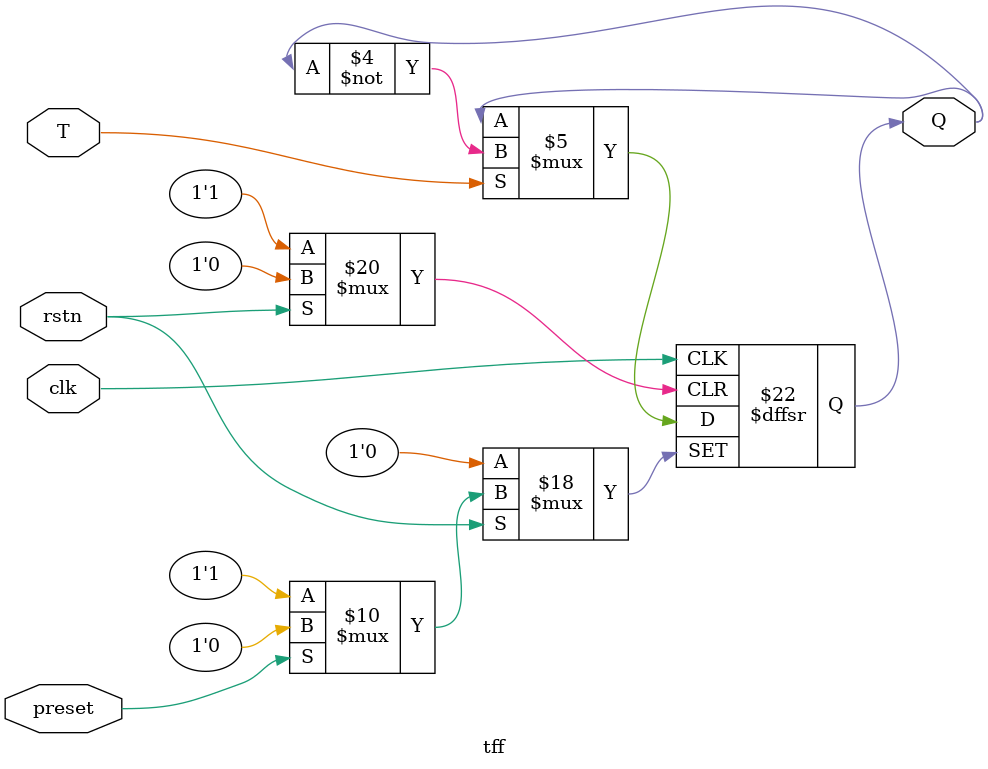
<source format=v>
module tff(
    input T, 
    input rstn, preset, clk,
    output reg Q
    );

    always @(posedge clk or negedge rstn or negedge preset) begin
        if (!rstn) begin
            Q <= 0;
        end
        else if (!preset) begin
            Q <= 1;
        end
        else begin
            Q <= (T ? ~Q : Q);
        end
    end

endmodule
</source>
